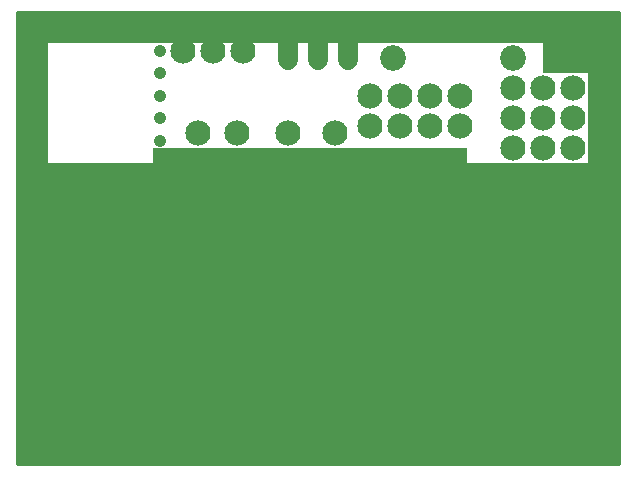
<source format=gbs>
G75*
%MOIN*%
%OFA0B0*%
%FSLAX25Y25*%
%IPPOS*%
%LPD*%
%AMOC8*
5,1,8,0,0,1.08239X$1,22.5*
%
%ADD10C,0.01600*%
%ADD11R,0.25000X0.10000*%
%ADD12R,1.05000X0.17500*%
%ADD13R,2.00000X0.10000*%
%ADD14R,0.10000X1.40000*%
%ADD15R,1.90000X1.00000*%
%ADD16R,0.10000X0.40000*%
%ADD17C,0.00000*%
%ADD18R,0.20800X0.09800*%
%ADD19R,0.09800X0.20800*%
%ADD20C,0.08600*%
%ADD21C,0.06800*%
%ADD22C,0.04100*%
%ADD23C,0.05600*%
%ADD24C,0.08400*%
%ADD25OC8,0.06650*%
D10*
X0167772Y0112602D02*
X0367772Y0112602D01*
X0367772Y0262602D01*
X0167772Y0262602D01*
X0167772Y0112602D01*
D11*
X0355272Y0247602D03*
D12*
X0265272Y0208852D03*
X0265272Y0208852D03*
D13*
X0267772Y0257602D03*
D14*
X0362772Y0182602D03*
D15*
X0262772Y0162602D03*
D16*
X0172772Y0232602D03*
D17*
X0167772Y0212102D02*
X0167772Y0168102D01*
X0245772Y0112602D02*
X0289772Y0112602D01*
X0367772Y0168102D02*
X0367772Y0212102D01*
D18*
X0357672Y0207502D03*
X0357672Y0172702D03*
X0177872Y0172702D03*
X0177872Y0207502D03*
D19*
X0250372Y0122702D03*
X0285172Y0122702D03*
D20*
X0292772Y0247602D03*
X0332772Y0247602D03*
D21*
X0277772Y0247102D02*
X0277772Y0253102D01*
X0267772Y0253102D02*
X0267772Y0247102D01*
X0257772Y0247102D02*
X0257772Y0253102D01*
D22*
X0215272Y0250102D03*
X0215272Y0242602D03*
X0215272Y0235102D03*
X0215272Y0227602D03*
X0215272Y0220102D03*
X0215272Y0212602D03*
X0215272Y0205102D03*
X0207772Y0205102D03*
X0200272Y0205102D03*
X0192772Y0205102D03*
X0185272Y0205102D03*
X0177772Y0205102D03*
X0177772Y0175102D03*
X0185272Y0175102D03*
X0192772Y0175102D03*
X0200272Y0175102D03*
X0207772Y0175102D03*
X0215272Y0175102D03*
X0222772Y0175102D03*
X0230272Y0175102D03*
X0237772Y0175102D03*
X0245272Y0175102D03*
X0245272Y0167602D03*
X0245272Y0160102D03*
X0245272Y0152602D03*
X0245272Y0145102D03*
X0245272Y0137602D03*
X0245272Y0130102D03*
X0252772Y0130102D03*
X0252772Y0137602D03*
X0252772Y0122602D03*
X0245272Y0122602D03*
X0282772Y0122602D03*
X0282772Y0130102D03*
X0282772Y0137602D03*
X0290272Y0145102D03*
X0290272Y0152602D03*
X0290272Y0160102D03*
X0290272Y0167602D03*
X0290272Y0175102D03*
X0297772Y0175102D03*
X0305272Y0175102D03*
X0312772Y0175102D03*
X0320272Y0175102D03*
X0327772Y0175102D03*
X0335272Y0175102D03*
X0342772Y0175102D03*
X0350272Y0175102D03*
X0357772Y0175102D03*
X0355272Y0205102D03*
X0347772Y0205102D03*
X0340272Y0205102D03*
X0332772Y0205102D03*
X0325272Y0205102D03*
X0317772Y0205102D03*
X0310272Y0202602D03*
X0310272Y0207602D03*
X0310272Y0212602D03*
X0290272Y0207602D03*
X0280272Y0207602D03*
X0270272Y0202602D03*
X0265272Y0202602D03*
X0267772Y0197602D03*
X0267772Y0192602D03*
X0267772Y0187602D03*
X0225272Y0202602D03*
X0225272Y0207602D03*
X0225272Y0212602D03*
D23*
X0235272Y0207602D03*
X0240272Y0202602D03*
X0245272Y0207602D03*
X0250272Y0212602D03*
X0255272Y0207602D03*
X0250272Y0202602D03*
X0240272Y0212602D03*
X0298874Y0166224D03*
X0308874Y0166224D03*
X0318874Y0166224D03*
X0328874Y0166224D03*
X0338874Y0166224D03*
X0338874Y0156224D03*
X0348874Y0156224D03*
X0348874Y0146224D03*
X0338874Y0146224D03*
X0328874Y0146224D03*
X0318874Y0146224D03*
X0308874Y0146224D03*
X0298874Y0146224D03*
X0298874Y0156224D03*
X0308874Y0156224D03*
X0318874Y0156224D03*
X0328874Y0156224D03*
X0325252Y0136224D03*
X0333126Y0136224D03*
X0341000Y0136224D03*
X0348874Y0136224D03*
X0356748Y0136224D03*
X0362772Y0137602D03*
X0358874Y0146224D03*
X0358874Y0156224D03*
X0362772Y0167602D03*
X0317378Y0136224D03*
X0309504Y0136224D03*
X0301630Y0136224D03*
X0301630Y0128350D03*
X0309504Y0128350D03*
X0317378Y0128350D03*
X0325252Y0128350D03*
X0333126Y0128350D03*
X0341000Y0128350D03*
X0348874Y0128350D03*
X0356748Y0128350D03*
X0362772Y0127602D03*
X0356748Y0120476D03*
X0362772Y0117602D03*
X0348874Y0120476D03*
X0341000Y0120476D03*
X0333126Y0120476D03*
X0325252Y0120476D03*
X0317378Y0120476D03*
X0309504Y0120476D03*
X0302772Y0117602D03*
X0295272Y0117602D03*
X0287772Y0117602D03*
X0247772Y0117602D03*
X0237772Y0117602D03*
X0227772Y0117602D03*
X0217772Y0117602D03*
X0207772Y0117602D03*
X0197772Y0117602D03*
X0187772Y0117602D03*
X0177772Y0117602D03*
X0172772Y0135102D03*
X0172772Y0145102D03*
X0172772Y0155102D03*
X0172772Y0165102D03*
X0172772Y0175102D03*
X0172772Y0205102D03*
X0172772Y0215102D03*
X0172772Y0225102D03*
X0172772Y0235102D03*
X0172772Y0245102D03*
X0172772Y0255102D03*
X0182772Y0257602D03*
X0192772Y0257602D03*
X0202772Y0257602D03*
X0212772Y0257602D03*
X0222772Y0257602D03*
X0232772Y0257602D03*
X0242772Y0257602D03*
X0292772Y0257602D03*
X0302772Y0257602D03*
X0312772Y0257602D03*
X0322772Y0257602D03*
X0332772Y0257602D03*
X0342772Y0257602D03*
X0352772Y0257602D03*
X0362772Y0257602D03*
X0362772Y0237602D03*
X0362772Y0227602D03*
X0362772Y0217602D03*
X0362772Y0207602D03*
D24*
X0352772Y0217602D03*
X0342772Y0217602D03*
X0332772Y0217602D03*
X0332772Y0227602D03*
X0342772Y0227602D03*
X0352772Y0227602D03*
X0352772Y0237602D03*
X0342772Y0237602D03*
X0332772Y0237602D03*
X0315272Y0235102D03*
X0305272Y0235102D03*
X0305272Y0225102D03*
X0315272Y0225102D03*
X0295272Y0225102D03*
X0285272Y0225102D03*
X0285272Y0235102D03*
X0295272Y0235102D03*
X0273572Y0222702D03*
X0257772Y0222602D03*
X0241072Y0222702D03*
X0227772Y0222602D03*
X0232772Y0250102D03*
X0242772Y0250102D03*
X0222772Y0250102D03*
X0227772Y0155102D03*
X0227772Y0145102D03*
X0217772Y0145102D03*
X0207772Y0145102D03*
X0207772Y0155102D03*
X0217772Y0155102D03*
X0217772Y0135102D03*
X0207772Y0135102D03*
X0207772Y0125102D03*
X0217772Y0125102D03*
X0227772Y0125102D03*
X0227772Y0135102D03*
X0197772Y0125102D03*
X0187772Y0125102D03*
X0177772Y0125102D03*
D25*
X0187772Y0160102D03*
X0197772Y0160102D03*
M02*

</source>
